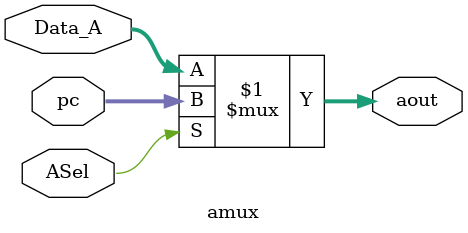
<source format=v>
module amux #(parameter WIDTH = 5, AWIDTH = 32, DWIDTH = 32)(

	//INPUTS TO THE AMUX
	input [AWIDTH-1:0] pc,
	input [DWIDTH-1:0] Data_A,
	input ASel,

	//OUTPUTS FROM AMUX
	output [DWIDTH-1:0] aout
);

	assign aout = ASel ? pc : Data_A;

endmodule

</source>
